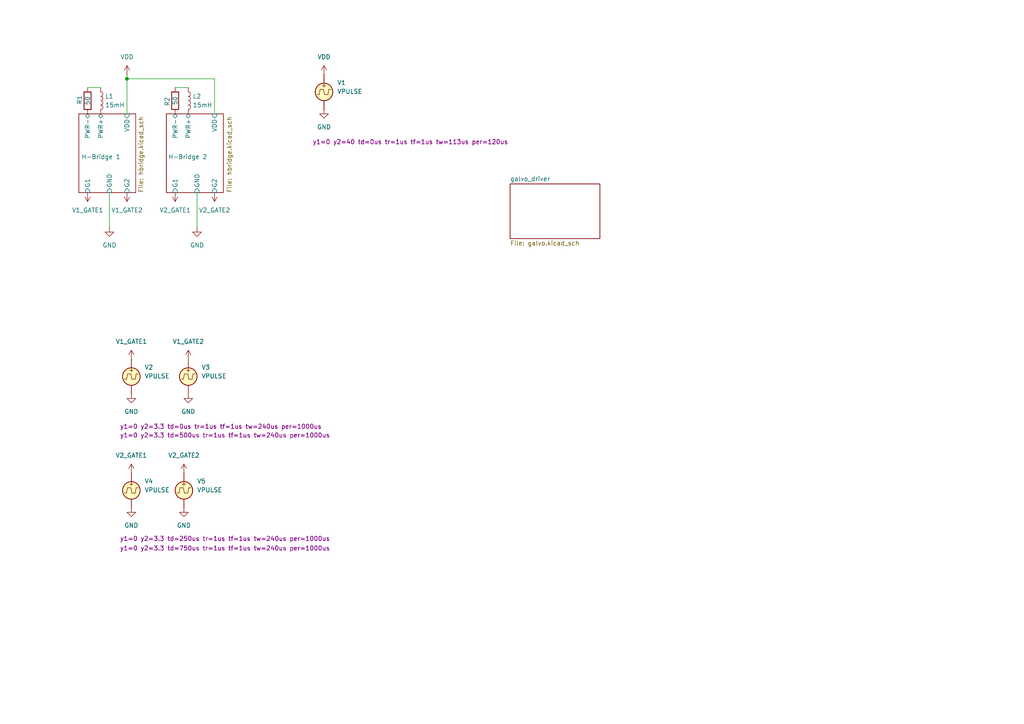
<source format=kicad_sch>
(kicad_sch (version 20250114) (generator "eeschema") (generator_version "9.0")
  (paper "A4")
  (lib_symbols
    (symbol "Device:L" (pin_numbers (hide yes)) (pin_names (offset 1.016) (hide yes))
      (property "Reference" "L" (at -1.27 0 90))
      (property "Value" "L" (at 1.905 0 90))
      (symbol "L_0_1"
        (arc (start 0 2.54) (mid 0.6323 1.905) (end 0 1.27))
        (arc (start 0 1.27) (mid 0.6323 0.635) (end 0 0))
        (arc (start 0 0) (mid 0.6323 -0.635) (end 0 -1.27))
        (arc (start 0 -1.27) (mid 0.6323 -1.905) (end 0 -2.54))
      )
      (symbol "L_1_1"
        (pin passive line (at 0 3.81 270) (length 1.27) (name "1") (number "1"))
        (pin passive line (at 0 -3.81 90) (length 1.27) (name "2") (number "2"))
      )
    )
    (symbol "Device:R" (pin_numbers (hide yes)) (pin_names (offset 0))
      (property "Reference" "R" (at 2.032 0 90))
      (property "Value" "R" (at 0 0 90))
      (symbol "R_0_1"
        (rectangle (start -1.016 -2.54) (end 1.016 2.54) (stroke (width 0.254)))
      )
      (symbol "R_1_1"
        (pin passive line (at 0 3.81 270) (length 1.27) (name "~") (number "1"))
        (pin passive line (at 0 -3.81 90) (length 1.27) (name "~") (number "2"))
      )
    )
    (symbol "Simulation_SPICE:VPULSE" (pin_numbers (hide yes)) (pin_names (offset 0.0254))
      (property "Reference" "V" (at 2.54 2.54 0))
      (property "Value" "VPULSE" (at 2.54 0 0))
      (property "Sim.Params" "y1=0 y2=1 td=2n tr=2n tf=2n tw=50n per=100n" (at 2.54 -2.54 0))
      (symbol "VPULSE_0_0"
        (polyline (pts (xy -2.032 -0.762) (xy -1.397 -0.762) (xy -1.143 0.762) (xy -0.127 0.762) (xy 0.127 -0.762) (xy 1.143 -0.762) (xy 1.397 0.762) (xy 2.032 0.762)))
        (text "+" (at 0 1.905 0) (effects (font (size 1.27 1.27))))
      )
      (symbol "VPULSE_0_1"
        (circle (center 0 0) (radius 2.54) (stroke (width 0.254)) (fill (type background)))
      )
      (symbol "VPULSE_1_1"
        (pin passive line (at 0 5.08 270) (length 2.54) (name "~") (number "1"))
        (pin passive line (at 0 -5.08 90) (length 2.54) (name "~") (number "2"))
      )
    )
    (symbol "power:GND" (power) (pin_numbers (hide yes)) (pin_names (offset 0) (hide yes))
      (property "Value" "GND" (at 0 -3.81 0))
      (symbol "GND_0_1"
        (polyline (pts (xy 0 0) (xy 0 -1.27) (xy 1.27 -1.27) (xy 0 -2.54) (xy -1.27 -1.27) (xy 0 -1.27)))
      )
      (symbol "GND_1_1"
        (pin power_in line (at 0 0 270) (length 0) (name "~") (number "1"))
      )
    )
    (symbol "power:VCC" (power) (pin_numbers (hide yes)) (pin_names (offset 0) (hide yes))
      (property "Value" "VCC" (at 0 3.556 0))
      (symbol "VCC_0_1"
        (polyline (pts (xy -0.762 1.27) (xy 0 2.54)))
        (polyline (pts (xy 0 2.54) (xy 0.762 1.27)))
        (polyline (pts (xy 0 0) (xy 0 2.54)))
      )
      (symbol "VCC_1_1"
        (pin power_in line (at 0 0 90) (length 0) (name "~") (number "1"))
      )
    )
    (symbol "power:VDD" (power) (pin_numbers (hide yes)) (pin_names (offset 0) (hide yes))
      (property "Value" "VDD" (at 0 3.556 0))
      (symbol "VDD_0_1"
        (polyline (pts (xy -0.762 1.27) (xy 0 2.54)))
        (polyline (pts (xy 0 2.54) (xy 0.762 1.27)))
        (polyline (pts (xy 0 0) (xy 0 2.54)))
      )
      (symbol "VDD_1_1"
        (pin power_in line (at 0 0 90) (length 0) (name "~") (number "1"))
      )
    )
  )
  (junction (at 36.83 22.86))
  (wire (pts (xy 54.61 25.4) (xy 50.8 25.4)))
  (wire (pts (xy 25.4 25.4) (xy 29.21 25.4)))
  (wire (pts (xy 36.83 22.86) (xy 36.83 33.02)))
  (wire (pts (xy 62.23 22.86) (xy 62.23 33.02)))
  (wire (pts (xy 31.75 55.88) (xy 31.75 66.04)))
  (wire (pts (xy 57.15 55.88) (xy 57.15 66.04)))
  (wire (pts (xy 36.83 22.86) (xy 36.83 21.59)))
  (wire (pts (xy 36.83 22.86) (xy 62.23 22.86)))
  (symbol (lib_id "Simulation_SPICE:VPULSE") (at 38.1 142.24 0) (unit 1)
    (property "Reference" "V4" (at 41.91 139.5701 0) (effects (justify left)))
    (property "Value" "VPULSE" (at 41.91 142.1101 0) (effects (justify left)))
    (property "Datasheet" "https://ngspice.sourceforge.io/docs/ngspice-html-manual/manual.xhtml#sec_Independent_Sources_for" (effects (hide yes)))
    (property "Description" "Voltage source, pulse" (effects (hide yes)))
    (property "Sim.Pins" "1=+ 2=-" (effects (hide yes)))
    (property "Sim.Type" "PULSE" (effects (hide yes)))
    (property "Sim.Device" "V" (effects (hide yes)))
    (property "Sim.Params" "y1=0 y2=3.3 td=750us tr=1us tf=1us tw=240us per=1000us" (at 34.798 159.004 0) (effects (justify left)))
  )
  (symbol (lib_id "Simulation_SPICE:VPULSE") (at 54.61 109.22 0) (unit 1)
    (property "Reference" "V3" (at 58.42 106.5501 0) (effects (justify left)))
    (property "Value" "VPULSE" (at 58.42 109.0901 0) (effects (justify left)))
    (property "Datasheet" "https://ngspice.sourceforge.io/docs/ngspice-html-manual/manual.xhtml#sec_Independent_Sources_for" (effects (hide yes)))
    (property "Description" "Voltage source, pulse" (effects (hide yes)))
    (property "Sim.Pins" "1=+ 2=-" (effects (hide yes)))
    (property "Sim.Type" "PULSE" (effects (hide yes)))
    (property "Sim.Device" "V" (effects (hide yes)))
    (property "Sim.Params" "y1=0 y2=3.3 td=500us tr=1us tf=1us tw=240us per=1000us" (at 34.798 126.238 0) (effects (justify left)))
  )
  (symbol (lib_id "Simulation_SPICE:VPULSE") (at 53.34 142.24 0) (unit 1)
    (property "Reference" "V5" (at 57.15 139.5701 0) (effects (justify left)))
    (property "Value" "VPULSE" (at 57.15 142.1101 0) (effects (justify left)))
    (property "Datasheet" "https://ngspice.sourceforge.io/docs/ngspice-html-manual/manual.xhtml#sec_Independent_Sources_for" (effects (hide yes)))
    (property "Description" "Voltage source, pulse" (effects (hide yes)))
    (property "Sim.Pins" "1=+ 2=-" (effects (hide yes)))
    (property "Sim.Type" "PULSE" (effects (hide yes)))
    (property "Sim.Device" "V" (effects (hide yes)))
    (property "Sim.Params" "y1=0 y2=3.3 td=250us tr=1us tf=1us tw=240us per=1000us" (at 34.798 156.21 0) (effects (justify left)))
  )
  (symbol (lib_id "power:VDD") (at 93.98 21.59 0) (unit 1)
    (property "Reference" "#PWR08" (effects (hide yes)))
    (property "Value" "VDD" (at 93.98 16.51 0))
    (property "Description" "Power symbol creates a global label with name \"VDD\"" (effects (hide yes)))
  )
  (symbol (lib_id "power:GND") (at 93.98 31.75 0) (unit 1)
    (property "Reference" "#PWR09" (effects (hide yes)))
    (property "Value" "GND" (at 93.98 36.83 0))
    (property "Description" "Power symbol creates a global label with name \"GND\" , ground" (effects (hide yes)))
  )
  (symbol (lib_id "power:GND") (at 54.61 114.3 0) (unit 1)
    (property "Reference" "#PWR013" (effects (hide yes)))
    (property "Value" "GND" (at 54.61 119.38 0))
    (property "Description" "Power symbol creates a global label with name \"GND\" , ground" (effects (hide yes)))
  )
  (symbol (lib_id "power:VCC") (at 36.83 55.88 180) (unit 1)
    (property "Reference" "#PWR04" (effects (hide yes)))
    (property "Value" "V1_GATE2" (at 36.83 60.96 0))
    (property "Description" "Power symbol creates a global label with name \"VCC\"" (effects (hide yes)))
  )
  (symbol (lib_id "power:VCC") (at 50.8 55.88 180) (unit 1)
    (property "Reference" "#PWR05" (effects (hide yes)))
    (property "Value" "V2_GATE1" (at 50.8 60.96 0))
    (property "Description" "Power symbol creates a global label with name \"VCC\"" (effects (hide yes)))
  )
  (symbol (lib_id "power:GND") (at 57.15 66.04 0) (unit 1)
    (property "Reference" "#PWR06" (effects (hide yes)))
    (property "Value" "GND" (at 55.118 71.12 0) (effects (justify left)))
    (property "Description" "Power symbol creates a global label with name \"GND\" , ground" (effects (hide yes)))
  )
  (symbol (lib_id "power:VCC") (at 25.4 55.88 180) (unit 1)
    (property "Reference" "#PWR01" (effects (hide yes)))
    (property "Value" "V1_GATE1" (at 25.4 60.96 0))
    (property "Description" "Power symbol creates a global label with name \"VCC\"" (effects (hide yes)))
  )
  (symbol (lib_id "Simulation_SPICE:VPULSE") (at 38.1 109.22 0) (unit 1)
    (property "Reference" "V2" (at 41.91 106.5501 0) (effects (justify left)))
    (property "Value" "VPULSE" (at 41.91 109.0901 0) (effects (justify left)))
    (property "Datasheet" "https://ngspice.sourceforge.io/docs/ngspice-html-manual/manual.xhtml#sec_Independent_Sources_for" (effects (hide yes)))
    (property "Description" "Voltage source, pulse" (effects (hide yes)))
    (property "Sim.Pins" "1=+ 2=-" (effects (hide yes)))
    (property "Sim.Type" "PULSE" (effects (hide yes)))
    (property "Sim.Device" "V" (effects (hide yes)))
    (property "Sim.Params" "y1=0 y2=3.3 td=0us tr=1us tf=1us tw=240us per=1000us" (at 34.798 123.698 0) (effects (justify left)))
  )
  (symbol (lib_id "power:VCC") (at 62.23 55.88 180) (unit 1)
    (property "Reference" "#PWR07" (effects (hide yes)))
    (property "Value" "V2_GATE2" (at 62.23 60.96 0))
    (property "Description" "Power symbol creates a global label with name \"VCC\"" (effects (hide yes)))
  )
  (symbol (lib_id "Device:R") (at 25.4 29.21 0) (unit 1)
    (property "Reference" "R1" (at 23.114 28.956 90))
    (property "Value" "50" (at 25.4 29.21 90))
    (property "Description" "Resistor" (effects (hide yes)))
  )
  (symbol (lib_id "power:VCC") (at 54.61 104.14 0) (unit 1)
    (property "Reference" "#PWR012" (effects (hide yes)))
    (property "Value" "V1_GATE2" (at 54.61 99.06 0))
    (property "Description" "Power symbol creates a global label with name \"VCC\"" (effects (hide yes)))
  )
  (symbol (lib_id "power:GND") (at 53.34 147.32 0) (unit 1)
    (property "Reference" "#PWR017" (effects (hide yes)))
    (property "Value" "GND" (at 53.34 152.4 0))
    (property "Description" "Power symbol creates a global label with name \"GND\" , ground" (effects (hide yes)))
  )
  (symbol (lib_id "power:GND") (at 38.1 114.3 0) (unit 1)
    (property "Reference" "#PWR011" (effects (hide yes)))
    (property "Value" "GND" (at 38.1 119.38 0))
    (property "Description" "Power symbol creates a global label with name \"GND\" , ground" (effects (hide yes)))
  )
  (symbol (lib_id "power:GND") (at 38.1 147.32 0) (unit 1)
    (property "Reference" "#PWR015" (effects (hide yes)))
    (property "Value" "GND" (at 38.1 152.4 0))
    (property "Description" "Power symbol creates a global label with name \"GND\" , ground" (effects (hide yes)))
  )
  (symbol (lib_id "power:GND") (at 31.75 66.04 0) (unit 1)
    (property "Reference" "#PWR02" (effects (hide yes)))
    (property "Value" "GND" (at 29.718 71.12 0) (effects (justify left)))
    (property "Description" "Power symbol creates a global label with name \"GND\" , ground" (effects (hide yes)))
  )
  (symbol (lib_id "Device:R") (at 50.8 29.21 0) (unit 1)
    (property "Reference" "R2" (at 48.514 29.464 90))
    (property "Value" "50" (at 50.8 29.21 90))
    (property "Description" "Resistor" (effects (hide yes)))
  )
  (symbol (lib_id "Device:L") (at 54.61 29.21 0) (unit 1)
    (property "Reference" "L2" (at 55.88 27.9399 0) (effects (justify left)))
    (property "Value" "15mH" (at 55.88 30.4799 0) (effects (justify left)))
    (property "Description" "Inductor" (effects (hide yes)))
  )
  (symbol (lib_id "power:VCC") (at 53.34 137.16 0) (unit 1)
    (property "Reference" "#PWR016" (effects (hide yes)))
    (property "Value" "V2_GATE2" (at 53.34 132.08 0))
    (property "Description" "Power symbol creates a global label with name \"VCC\"" (effects (hide yes)))
  )
  (symbol (lib_id "power:VDD") (at 36.83 21.59 0) (unit 1)
    (property "Reference" "#PWR03" (effects (hide yes)))
    (property "Value" "VDD" (at 36.83 16.51 0))
    (property "Description" "Power symbol creates a global label with name \"VDD\"" (effects (hide yes)))
  )
  (symbol (lib_id "power:VCC") (at 38.1 104.14 0) (unit 1)
    (property "Reference" "#PWR010" (effects (hide yes)))
    (property "Value" "V1_GATE1" (at 38.1 99.06 0))
    (property "Description" "Power symbol creates a global label with name \"VCC\"" (effects (hide yes)))
  )
  (symbol (lib_id "Device:L") (at 29.21 29.21 0) (unit 1)
    (property "Reference" "L1" (at 30.48 27.9399 0) (effects (justify left)))
    (property "Value" "15mH" (at 30.48 30.4799 0) (effects (justify left)))
    (property "Description" "Inductor" (effects (hide yes)))
  )
  (symbol (lib_id "power:VCC") (at 38.1 137.16 0) (unit 1)
    (property "Reference" "#PWR014" (effects (hide yes)))
    (property "Value" "V2_GATE1" (at 38.1 132.08 0))
    (property "Description" "Power symbol creates a global label with name \"VCC\"" (effects (hide yes)))
  )
  (symbol (lib_id "Simulation_SPICE:VPULSE") (at 93.98 26.67 0) (unit 1)
    (property "Reference" "V1" (at 97.79 24.0001 0) (effects (justify left)))
    (property "Value" "VPULSE" (at 97.79 26.5401 0) (effects (justify left)))
    (property "Datasheet" "https://ngspice.sourceforge.io/docs/ngspice-html-manual/manual.xhtml#sec_Independent_Sources_for" (effects (hide yes)))
    (property "Description" "Voltage source, pulse" (effects (hide yes)))
    (property "Sim.Pins" "1=+ 2=-" (effects (hide yes)))
    (property "Sim.Type" "PULSE" (effects (hide yes)))
    (property "Sim.Device" "V" (effects (hide yes)))
    (property "Sim.Params" "y1=0 y2=40 td=0us tr=1us tf=1us tw=113us per=120us" (at 90.678 41.148 0) (effects (justify left)))
  )
  (sheet (at 147.955 53.34) (size 26.035 15.875) (stroke (width 0.1524))
    (property "Sheetname" "galvo_driver" (at 147.955 52.6284 0) (effects (justify left bottom)))
    (property "Sheetfile" "galvo.kicad_sch" (at 147.955 69.7996 0) (effects (justify left top)))
  )
  (sheet (at 48.26 33.02) (size 16.51 22.86) (stroke (width 0.1524))
    (property "Sheetname" "H-Bridge 2" (at 48.768 46.228 0) (effects (justify left bottom)))
    (property "Sheetfile" "hbridge.kicad_sch" (at 65.786 55.88 90) (effects (justify left top)))
    (pin "VDD" input (at 62.23 33.02 90))
    (pin "G1" input (at 50.8 55.88 270))
    (pin "PWR+" bidirectional (at 54.61 33.02 90))
    (pin "PWR-" bidirectional (at 50.8 33.02 90))
    (pin "G2" input (at 62.23 55.88 270))
    (pin "GND" input (at 57.15 55.88 270))
  )
  (sheet (at 22.86 33.02) (size 16.51 22.86) (stroke (width 0.1524))
    (property "Sheetname" "H-Bridge 1" (at 23.622 46.228 0) (effects (justify left bottom)))
    (property "Sheetfile" "hbridge.kicad_sch" (at 40.132 55.88 90) (effects (justify left top)))
    (pin "VDD" input (at 36.83 33.02 90))
    (pin "G1" input (at 25.4 55.88 270))
    (pin "PWR+" bidirectional (at 29.21 33.02 90))
    (pin "PWR-" bidirectional (at 25.4 33.02 90))
    (pin "G2" input (at 36.83 55.88 270))
    (pin "GND" input (at 31.75 55.88 270))
  )
)
</source>
